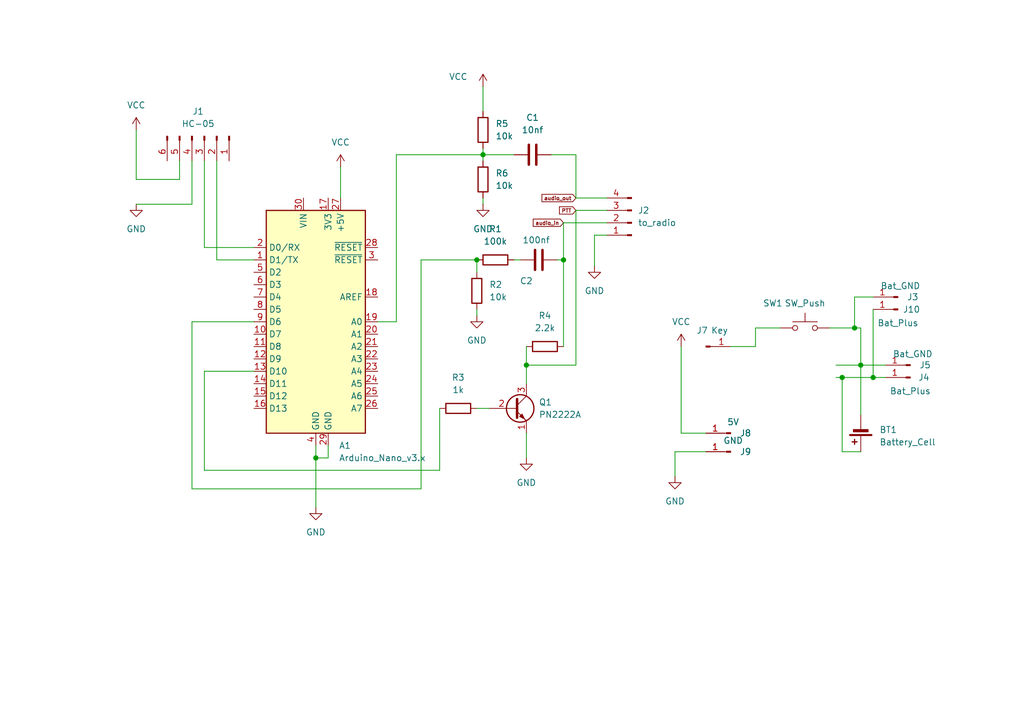
<source format=kicad_sch>
(kicad_sch (version 20231120) (generator "eeschema") (generator_version "8.0")
  (paper "A5")
  (lib_symbols
    (symbol "Connector:Conn_01x01_Pin" (pin_names (offset 1.016) hide)
      (property "Reference" "J" (at 0 2.54 0))
      (property "Value" "Conn_01x01_Pin" (at 0 -2.54 0))
      (symbol "Conn_01x01_Pin_1_1"
        (polyline (pts (xy 1.27 0) (xy 0.8636 0)) (stroke (width 0.1524)))
        (rectangle (start 0.8636 0.127) (end 0 -0.127) (stroke (width 0.1524)) (fill (type outline)))
        (pin passive line (at 5.08 0 180) (length 3.81) (name "Pin_1") (number "1"))
      )
    )
    (symbol "Connector:Conn_01x04_Pin" (pin_names (offset 1.016) hide)
      (property "Reference" "J" (at 0 5.08 0))
      (property "Value" "Conn_01x04_Pin" (at 0 -7.62 0))
      (symbol "Conn_01x04_Pin_1_1"
        (polyline (pts (xy 1.27 -5.08) (xy 0.8636 -5.08)) (stroke (width 0.1524)))
        (polyline (pts (xy 1.27 -2.54) (xy 0.8636 -2.54)) (stroke (width 0.1524)))
        (polyline (pts (xy 1.27 0) (xy 0.8636 0)) (stroke (width 0.1524)))
        (polyline (pts (xy 1.27 2.54) (xy 0.8636 2.54)) (stroke (width 0.1524)))
        (rectangle (start 0.8636 -4.953) (end 0 -5.207) (stroke (width 0.1524)) (fill (type outline)))
        (rectangle (start 0.8636 -2.413) (end 0 -2.667) (stroke (width 0.1524)) (fill (type outline)))
        (rectangle (start 0.8636 0.127) (end 0 -0.127) (stroke (width 0.1524)) (fill (type outline)))
        (rectangle (start 0.8636 2.667) (end 0 2.413) (stroke (width 0.1524)) (fill (type outline)))
        (pin passive line (at 5.08 2.54 180) (length 3.81) (name "Pin_1") (number "1"))
        (pin passive line (at 5.08 0 180) (length 3.81) (name "Pin_2") (number "2"))
        (pin passive line (at 5.08 -2.54 180) (length 3.81) (name "Pin_3") (number "3"))
        (pin passive line (at 5.08 -5.08 180) (length 3.81) (name "Pin_4") (number "4"))
      )
    )
    (symbol "Connector:Conn_01x06_Pin" (pin_names (offset 1.016) hide)
      (property "Reference" "J" (at 0 7.62 0))
      (property "Value" "Conn_01x06_Pin" (at 0 -10.16 0))
      (symbol "Conn_01x06_Pin_1_1"
        (polyline (pts (xy 1.27 -7.62) (xy 0.8636 -7.62)) (stroke (width 0.1524)))
        (polyline (pts (xy 1.27 -5.08) (xy 0.8636 -5.08)) (stroke (width 0.1524)))
        (polyline (pts (xy 1.27 -2.54) (xy 0.8636 -2.54)) (stroke (width 0.1524)))
        (polyline (pts (xy 1.27 0) (xy 0.8636 0)) (stroke (width 0.1524)))
        (polyline (pts (xy 1.27 2.54) (xy 0.8636 2.54)) (stroke (width 0.1524)))
        (polyline (pts (xy 1.27 5.08) (xy 0.8636 5.08)) (stroke (width 0.1524)))
        (rectangle (start 0.8636 -7.493) (end 0 -7.747) (stroke (width 0.1524)) (fill (type outline)))
        (rectangle (start 0.8636 -4.953) (end 0 -5.207) (stroke (width 0.1524)) (fill (type outline)))
        (rectangle (start 0.8636 -2.413) (end 0 -2.667) (stroke (width 0.1524)) (fill (type outline)))
        (rectangle (start 0.8636 0.127) (end 0 -0.127) (stroke (width 0.1524)) (fill (type outline)))
        (rectangle (start 0.8636 2.667) (end 0 2.413) (stroke (width 0.1524)) (fill (type outline)))
        (rectangle (start 0.8636 5.207) (end 0 4.953) (stroke (width 0.1524)) (fill (type outline)))
        (pin passive line (at 5.08 5.08 180) (length 3.81) (name "Pin_1") (number "1"))
        (pin passive line (at 5.08 2.54 180) (length 3.81) (name "Pin_2") (number "2"))
        (pin passive line (at 5.08 0 180) (length 3.81) (name "Pin_3") (number "3"))
        (pin passive line (at 5.08 -2.54 180) (length 3.81) (name "Pin_4") (number "4"))
        (pin passive line (at 5.08 -5.08 180) (length 3.81) (name "Pin_5") (number "5"))
        (pin passive line (at 5.08 -7.62 180) (length 3.81) (name "Pin_6") (number "6"))
      )
    )
    (symbol "Device:Battery_Cell" (pin_numbers hide) (pin_names (offset 0) hide)
      (property "Reference" "BT" (at 2.54 2.54 0))
      (property "Value" "Battery_Cell" (at 2.54 0 0))
      (symbol "Battery_Cell_0_1"
        (rectangle (start -2.286 1.778) (end 2.286 1.524) (fill (type outline)))
        (rectangle (start -1.524 1.016) (end 1.524 0.508) (fill (type outline)))
        (polyline (pts (xy 0 0.762) (xy 0 0)))
        (polyline (pts (xy 0 1.778) (xy 0 2.54)))
        (polyline (pts (xy 0.762 3.048) (xy 1.778 3.048)) (stroke (width 0.254)))
        (polyline (pts (xy 1.27 3.556) (xy 1.27 2.54)) (stroke (width 0.254)))
      )
      (symbol "Battery_Cell_1_1"
        (pin passive line (at 0 5.08 270) (length 2.54) (name "+") (number "1"))
        (pin passive line (at 0 -2.54 90) (length 2.54) (name "-") (number "2"))
      )
    )
    (symbol "Device:C" (pin_numbers hide) (pin_names (offset 0.254))
      (property "Reference" "C" (at 0.635 2.54 0))
      (property "Value" "C" (at 0.635 -2.54 0))
      (symbol "C_0_1"
        (polyline (pts (xy -2.032 -0.762) (xy 2.032 -0.762)) (stroke (width 0.508)))
        (polyline (pts (xy -2.032 0.762) (xy 2.032 0.762)) (stroke (width 0.508)))
      )
      (symbol "C_1_1"
        (pin passive line (at 0 3.81 270) (length 2.794) (name "~") (number "1"))
        (pin passive line (at 0 -3.81 90) (length 2.794) (name "~") (number "2"))
      )
    )
    (symbol "Device:R" (pin_numbers hide) (pin_names (offset 0))
      (property "Reference" "R" (at 2.032 0 90))
      (property "Value" "R" (at 0 0 90))
      (symbol "R_0_1"
        (rectangle (start -1.016 -2.54) (end 1.016 2.54) (stroke (width 0.254)))
      )
      (symbol "R_1_1"
        (pin passive line (at 0 3.81 270) (length 1.27) (name "~") (number "1"))
        (pin passive line (at 0 -3.81 90) (length 1.27) (name "~") (number "2"))
      )
    )
    (symbol "MCU_Module:Arduino_Nano_v3.x"
      (property "Reference" "A" (at -10.16 23.495 0))
      (property "Value" "Arduino_Nano_v3.x" (at 5.08 -24.13 0))
      (symbol "Arduino_Nano_v3.x_0_1"
        (rectangle (start -10.16 22.86) (end 10.16 -22.86) (stroke (width 0.254)) (fill (type background)))
      )
      (symbol "Arduino_Nano_v3.x_1_1"
        (pin bidirectional line (at -12.7 12.7 0) (length 2.54) (name "D1/TX") (number "1"))
        (pin bidirectional line (at -12.7 -2.54 0) (length 2.54) (name "D7") (number "10"))
        (pin bidirectional line (at -12.7 -5.08 0) (length 2.54) (name "D8") (number "11"))
        (pin bidirectional line (at -12.7 -7.62 0) (length 2.54) (name "D9") (number "12"))
        (pin bidirectional line (at -12.7 -10.16 0) (length 2.54) (name "D10") (number "13"))
        (pin bidirectional line (at -12.7 -12.7 0) (length 2.54) (name "D11") (number "14"))
        (pin bidirectional line (at -12.7 -15.24 0) (length 2.54) (name "D12") (number "15"))
        (pin bidirectional line (at -12.7 -17.78 0) (length 2.54) (name "D13") (number "16"))
        (pin power_out line (at 2.54 25.4 270) (length 2.54) (name "3V3") (number "17"))
        (pin input line (at 12.7 5.08 180) (length 2.54) (name "AREF") (number "18"))
        (pin bidirectional line (at 12.7 0 180) (length 2.54) (name "A0") (number "19"))
        (pin bidirectional line (at -12.7 15.24 0) (length 2.54) (name "D0/RX") (number "2"))
        (pin bidirectional line (at 12.7 -2.54 180) (length 2.54) (name "A1") (number "20"))
        (pin bidirectional line (at 12.7 -5.08 180) (length 2.54) (name "A2") (number "21"))
        (pin bidirectional line (at 12.7 -7.62 180) (length 2.54) (name "A3") (number "22"))
        (pin bidirectional line (at 12.7 -10.16 180) (length 2.54) (name "A4") (number "23"))
        (pin bidirectional line (at 12.7 -12.7 180) (length 2.54) (name "A5") (number "24"))
        (pin bidirectional line (at 12.7 -15.24 180) (length 2.54) (name "A6") (number "25"))
        (pin bidirectional line (at 12.7 -17.78 180) (length 2.54) (name "A7") (number "26"))
        (pin power_out line (at 5.08 25.4 270) (length 2.54) (name "+5V") (number "27"))
        (pin input line (at 12.7 15.24 180) (length 2.54) (name "~{RESET}") (number "28"))
        (pin power_in line (at 2.54 -25.4 90) (length 2.54) (name "GND") (number "29"))
        (pin input line (at 12.7 12.7 180) (length 2.54) (name "~{RESET}") (number "3"))
        (pin power_in line (at -2.54 25.4 270) (length 2.54) (name "VIN") (number "30"))
        (pin power_in line (at 0 -25.4 90) (length 2.54) (name "GND") (number "4"))
        (pin bidirectional line (at -12.7 10.16 0) (length 2.54) (name "D2") (number "5"))
        (pin bidirectional line (at -12.7 7.62 0) (length 2.54) (name "D3") (number "6"))
        (pin bidirectional line (at -12.7 5.08 0) (length 2.54) (name "D4") (number "7"))
        (pin bidirectional line (at -12.7 2.54 0) (length 2.54) (name "D5") (number "8"))
        (pin bidirectional line (at -12.7 0 0) (length 2.54) (name "D6") (number "9"))
      )
    )
    (symbol "Switch:SW_Push" (pin_numbers hide) (pin_names (offset 1.016) hide)
      (property "Reference" "SW" (at 1.27 2.54 0))
      (property "Value" "SW_Push" (at 0 -1.524 0))
      (symbol "SW_Push_0_1"
        (circle (center -2.032 0) (radius 0.508))
        (polyline (pts (xy 0 1.27) (xy 0 3.048)))
        (polyline (pts (xy 2.54 1.27) (xy -2.54 1.27)))
        (circle (center 2.032 0) (radius 0.508))
        (pin passive line (at -5.08 0 0) (length 2.54) (name "1") (number "1"))
        (pin passive line (at 5.08 0 180) (length 2.54) (name "2") (number "2"))
      )
    )
    (symbol "Transistor_BJT:PN2222A" (pin_names (offset 0) hide)
      (property "Reference" "Q" (at 5.08 1.905 0))
      (property "Value" "PN2222A" (at 5.08 0 0))
      (symbol "PN2222A_0_1"
        (polyline (pts (xy 0 0) (xy 0.635 0)))
        (polyline (pts (xy 2.54 -2.54) (xy 0.635 -0.635)))
        (polyline (pts (xy 2.54 2.54) (xy 0.635 0.635)))
        (polyline (pts (xy 0.635 1.905) (xy 0.635 -1.905) (xy 0.635 -1.905)) (stroke (width 0.508)))
        (polyline (pts (xy 2.413 -2.413) (xy 1.905 -1.905) (xy 1.905 -1.905)))
        (polyline (pts (xy 1.143 -1.651) (xy 1.651 -1.143) (xy 2.159 -2.159) (xy 1.143 -1.651) (xy 1.143 -1.651)) (fill (type outline)))
        (circle (center 1.27 0) (radius 2.8194) (stroke (width 0.254)))
      )
      (symbol "PN2222A_1_1"
        (pin passive line (at 2.54 -5.08 90) (length 2.54) (name "E") (number "1"))
        (pin input line (at -5.08 0 0) (length 5.08) (name "B") (number "2"))
        (pin passive line (at 2.54 5.08 270) (length 2.54) (name "C") (number "3"))
      )
    )
    (symbol "power:GND" (power) (pin_numbers hide) (pin_names (offset 0) hide)
      (property "Value" "GND" (at 0 -3.81 0))
      (symbol "GND_0_1"
        (polyline (pts (xy 0 0) (xy 0 -1.27) (xy 1.27 -1.27) (xy 0 -2.54) (xy -1.27 -1.27) (xy 0 -1.27)))
      )
      (symbol "GND_1_1"
        (pin power_in line (at 0 0 270) (length 0) (name "~") (number "1"))
      )
    )
    (symbol "power:VCC" (power) (pin_numbers hide) (pin_names (offset 0) hide)
      (property "Value" "VCC" (at 0 3.556 0))
      (symbol "VCC_0_1"
        (polyline (pts (xy -0.762 1.27) (xy 0 2.54)))
        (polyline (pts (xy 0 0) (xy 0 2.54)))
        (polyline (pts (xy 0 2.54) (xy 0.762 1.27)))
      )
      (symbol "VCC_1_1"
        (pin power_in line (at 0 0 90) (length 0) (name "~") (number "1"))
      )
    )
  )
  (junction (at 99.06 31.75))
  (junction (at 64.77 93.98))
  (junction (at 176.53 74.93))
  (junction (at 97.79 53.34))
  (junction (at 107.95 74.93))
  (junction (at 175.26 67.31))
  (junction (at 115.57 53.34))
  (junction (at 179.07 77.47))
  (junction (at 172.72 77.47))
  (wire (pts (xy 86.36 53.34) (xy 97.79 53.34)))
  (wire (pts (xy 39.37 100.33) (xy 86.36 100.33)))
  (wire (pts (xy 97.79 53.34) (xy 97.79 55.88)))
  (wire (pts (xy 90.17 96.52) (xy 41.91 96.52)))
  (wire (pts (xy 124.46 48.26) (xy 121.92 48.26)))
  (wire (pts (xy 118.11 74.93) (xy 118.11 43.18)))
  (wire (pts (xy 107.95 78.74) (xy 107.95 74.93)))
  (wire (pts (xy 97.79 83.82) (xy 100.33 83.82)))
  (wire (pts (xy 27.94 36.83) (xy 36.83 36.83)))
  (wire (pts (xy 81.28 66.04) (xy 81.28 31.75)))
  (wire (pts (xy 69.85 34.29) (xy 69.85 40.64)))
  (wire (pts (xy 81.28 31.75) (xy 99.06 31.75)))
  (wire (pts (xy 36.83 33.02) (xy 36.83 36.83)))
  (wire (pts (xy 171.45 74.93) (xy 176.53 74.93)))
  (wire (pts (xy 90.17 83.82) (xy 90.17 96.52)))
  (wire (pts (xy 121.92 48.26) (xy 121.92 54.61)))
  (wire (pts (xy 64.77 93.98) (xy 64.77 104.14)))
  (wire (pts (xy 175.26 60.96) (xy 175.26 67.31)))
  (wire (pts (xy 172.72 77.47) (xy 172.72 92.71)))
  (wire (pts (xy 64.77 91.44) (xy 64.77 93.98)))
  (wire (pts (xy 64.77 93.98) (xy 67.31 93.98)))
  (wire (pts (xy 179.07 60.96) (xy 175.26 60.96)))
  (wire (pts (xy 144.78 92.71) (xy 138.43 92.71)))
  (wire (pts (xy 99.06 40.64) (xy 99.06 41.91)))
  (wire (pts (xy 154.94 71.12) (xy 154.94 67.31)))
  (wire (pts (xy 113.03 31.75) (xy 118.11 31.75)))
  (wire (pts (xy 105.41 53.34) (xy 106.68 53.34)))
  (wire (pts (xy 170.18 67.31) (xy 175.26 67.31)))
  (wire (pts (xy 176.53 67.31) (xy 176.53 74.93)))
  (wire (pts (xy 52.07 53.34) (xy 44.45 53.34)))
  (wire (pts (xy 176.53 92.71) (xy 172.72 92.71)))
  (wire (pts (xy 107.95 71.12) (xy 107.95 74.93)))
  (wire (pts (xy 27.94 26.67) (xy 27.94 36.83)))
  (wire (pts (xy 114.3 53.34) (xy 115.57 53.34)))
  (wire (pts (xy 115.57 71.12) (xy 115.57 53.34)))
  (wire (pts (xy 124.46 40.64) (xy 118.11 40.64)))
  (wire (pts (xy 179.07 63.5) (xy 179.07 77.47)))
  (wire (pts (xy 179.07 77.47) (xy 181.61 77.47)))
  (wire (pts (xy 41.91 76.2) (xy 41.91 96.52)))
  (wire (pts (xy 107.95 88.9) (xy 107.95 93.98)))
  (wire (pts (xy 97.79 63.5) (xy 97.79 64.77)))
  (wire (pts (xy 99.06 31.75) (xy 105.41 31.75)))
  (wire (pts (xy 52.07 76.2) (xy 41.91 76.2)))
  (wire (pts (xy 115.57 45.72) (xy 124.46 45.72)))
  (wire (pts (xy 176.53 74.93) (xy 176.53 85.09)))
  (wire (pts (xy 176.53 67.31) (xy 175.26 67.31)))
  (wire (pts (xy 99.06 31.75) (xy 99.06 33.02)))
  (wire (pts (xy 39.37 33.02) (xy 39.37 41.91)))
  (wire (pts (xy 144.78 88.9) (xy 139.7 88.9)))
  (wire (pts (xy 41.91 33.02) (xy 41.91 50.8)))
  (wire (pts (xy 77.47 66.04) (xy 81.28 66.04)))
  (wire (pts (xy 39.37 41.91) (xy 27.94 41.91)))
  (wire (pts (xy 172.72 77.47) (xy 179.07 77.47)))
  (wire (pts (xy 176.53 74.93) (xy 181.61 74.93)))
  (wire (pts (xy 138.43 92.71) (xy 138.43 97.79)))
  (wire (pts (xy 44.45 53.34) (xy 44.45 33.02)))
  (wire (pts (xy 41.91 50.8) (xy 52.07 50.8)))
  (wire (pts (xy 86.36 100.33) (xy 86.36 53.34)))
  (wire (pts (xy 139.7 71.12) (xy 139.7 88.9)))
  (wire (pts (xy 99.06 30.48) (xy 99.06 31.75)))
  (wire (pts (xy 39.37 66.04) (xy 39.37 100.33)))
  (wire (pts (xy 107.95 74.93) (xy 118.11 74.93)))
  (wire (pts (xy 115.57 53.34) (xy 115.57 45.72)))
  (wire (pts (xy 118.11 40.64) (xy 118.11 31.75)))
  (wire (pts (xy 149.86 71.12) (xy 154.94 71.12)))
  (wire (pts (xy 118.11 43.18) (xy 124.46 43.18)))
  (wire (pts (xy 99.06 17.78) (xy 99.06 22.86)))
  (wire (pts (xy 67.31 91.44) (xy 67.31 93.98)))
  (wire (pts (xy 52.07 66.04) (xy 39.37 66.04)))
  (wire (pts (xy 154.94 67.31) (xy 160.02 67.31)))
  (wire (pts (xy 171.45 77.47) (xy 172.72 77.47)))
  (global_label "audio_in" (shape input) (at 115.57 45.72 180) (effects (font (size 0.762 0.762))) (property "Intersheetrefs" "${INTERSHEET_REFS}" (effects (hide yes))))
  (global_label "audio_out" (shape input) (at 118.11 40.64 180) (effects (font (size 0.762 0.762))) (property "Intersheetrefs" "${INTERSHEET_REFS}" (effects (hide yes))))
  (global_label "PTT" (shape input) (at 118.11 43.18 180) (effects (font (size 0.762 0.762))) (property "Intersheetrefs" "${INTERSHEET_REFS}" (effects (hide yes))))
  (symbol (lib_id "power:GND") (at 107.95 93.98 0) (unit 1)
    (property "Reference" "#PWR01" (effects (hide yes)))
    (property "Value" "GND" (at 107.95 99.06 0))
    (property "Description" "Power symbol creates a global label with name \"GND\" , ground" (effects (hide yes)))
  )
  (symbol (lib_id "Connector:Conn_01x01_Pin") (at 186.69 74.93 180) (unit 1)
    (property "Reference" "J5" (at 189.738 74.93 0))
    (property "Value" "Bat_GND" (at 187.198 72.644 0))
    (property "Footprint" "Connector_PinHeader_2.54mm:PinHeader_1x01_P2.54mm_Vertical" (effects (hide yes)))
    (property "Description" "Generic connector, single row, 01x01, script generated" (effects (hide yes)))
  )
  (symbol (lib_id "Device:R") (at 97.79 59.69 0) (unit 1)
    (property "Reference" "R2" (at 100.33 58.4199 0) (effects (justify left)))
    (property "Value" "10k" (at 100.33 60.9599 0) (effects (justify left)))
    (property "Footprint" "Resistor_THT:R_Axial_DIN0309_L9.0mm_D3.2mm_P12.70mm_Horizontal" (effects (hide yes)))
    (property "Description" "Resistor" (effects (hide yes)))
  )
  (symbol (lib_id "Device:C") (at 110.49 53.34 270) (unit 1)
    (property "Reference" "C2" (at 107.95 57.658 90))
    (property "Value" "100nf" (at 109.982 49.276 90))
    (property "Footprint" "Capacitor_THT:C_Disc_D5.0mm_W2.5mm_P5.00mm" (effects (hide yes)))
    (property "Description" "Unpolarized capacitor" (effects (hide yes)))
  )
  (symbol (lib_id "power:GND") (at 138.43 97.79 0) (unit 1)
    (property "Reference" "#PWR08" (effects (hide yes)))
    (property "Value" "GND" (at 138.43 102.87 0))
    (property "Description" "Power symbol creates a global label with name \"GND\" , ground" (effects (hide yes)))
  )
  (symbol (lib_id "Connector:Conn_01x01_Pin") (at 144.78 71.12 0) (unit 1)
    (property "Reference" "J7" (at 144.018 67.818 0))
    (property "Value" "Key" (at 147.574 67.818 0))
    (property "Footprint" "Connector_PinHeader_2.54mm:PinHeader_1x01_P2.54mm_Vertical" (effects (hide yes)))
    (property "Description" "Generic connector, single row, 01x01, script generated" (effects (hide yes)))
  )
  (symbol (lib_id "Transistor_BJT:PN2222A") (at 105.41 83.82 0) (unit 1)
    (property "Reference" "Q1" (at 110.49 82.5499 0) (effects (justify left)))
    (property "Value" "PN2222A" (at 110.49 85.0899 0) (effects (justify left)))
    (property "Footprint" "Package_TO_SOT_THT:TO-92_Inline" (effects (hide yes)))
    (property "Datasheet" "https://www.onsemi.com/pub/Collateral/PN2222-D.PDF" (effects (hide yes)))
    (property "Description" "1A Ic, 40V Vce, NPN Transistor, General Purpose Transistor, TO-92" (effects (hide yes)))
  )
  (symbol (lib_id "power:VCC") (at 139.7 71.12 0) (unit 1)
    (property "Reference" "#PWR07" (effects (hide yes)))
    (property "Value" "VCC" (at 139.7 66.04 0))
    (property "Description" "Power symbol creates a global label with name \"VCC\"" (effects (hide yes)))
  )
  (symbol (lib_id "power:GND") (at 99.06 41.91 0) (unit 1)
    (property "Reference" "#PWR04" (effects (hide yes)))
    (property "Value" "GND" (at 99.06 46.99 0))
    (property "Description" "Power symbol creates a global label with name \"GND\" , ground" (effects (hide yes)))
  )
  (symbol (lib_id "Device:R") (at 93.98 83.82 90) (unit 1)
    (property "Reference" "R3" (at 93.98 77.47 90))
    (property "Value" "1k" (at 93.98 80.01 90))
    (property "Footprint" "Resistor_THT:R_Axial_DIN0309_L9.0mm_D3.2mm_P12.70mm_Horizontal" (effects (hide yes)))
    (property "Description" "Resistor" (effects (hide yes)))
  )
  (symbol (lib_id "power:VCC") (at 99.06 17.78 0) (unit 1)
    (property "Reference" "#PWR05" (effects (hide yes)))
    (property "Value" "VCC" (at 93.98 15.748 0))
    (property "Description" "Power symbol creates a global label with name \"VCC\"" (effects (hide yes)))
  )
  (symbol (lib_id "power:GND") (at 27.94 41.91 0) (unit 1)
    (property "Reference" "#PWR010" (effects (hide yes)))
    (property "Value" "GND" (at 27.94 46.99 0))
    (property "Description" "Power symbol creates a global label with name \"GND\" , ground" (effects (hide yes)))
  )
  (symbol (lib_id "power:GND") (at 64.77 104.14 0) (unit 1)
    (property "Reference" "#PWR011" (effects (hide yes)))
    (property "Value" "GND" (at 64.77 109.22 0))
    (property "Description" "Power symbol creates a global label with name \"GND\" , ground" (effects (hide yes)))
  )
  (symbol (lib_id "Connector:Conn_01x01_Pin") (at 149.86 88.9 180) (unit 1)
    (property "Reference" "J8" (at 152.908 88.9 0))
    (property "Value" "5V" (at 150.368 86.614 0))
    (property "Footprint" "Connector_PinHeader_2.54mm:PinHeader_1x01_P2.54mm_Vertical" (effects (hide yes)))
    (property "Description" "Generic connector, single row, 01x01, script generated" (effects (hide yes)))
  )
  (symbol (lib_id "Connector:Conn_01x01_Pin") (at 186.69 77.47 180) (unit 1)
    (property "Reference" "J4" (at 189.484 77.47 0))
    (property "Value" "Bat_Plus" (at 186.69 80.264 0))
    (property "Footprint" "Connector_PinHeader_2.54mm:PinHeader_1x01_P2.54mm_Vertical" (effects (hide yes)))
    (property "Description" "Generic connector, single row, 01x01, script generated" (effects (hide yes)))
  )
  (symbol (lib_id "Device:R") (at 111.76 71.12 90) (unit 1)
    (property "Reference" "R4" (at 111.76 64.77 90))
    (property "Value" "2.2k" (at 111.76 67.31 90))
    (property "Footprint" "Resistor_THT:R_Axial_DIN0309_L9.0mm_D3.2mm_P12.70mm_Horizontal" (effects (hide yes)))
    (property "Description" "Resistor" (effects (hide yes)))
  )
  (symbol (lib_id "MCU_Module:Arduino_Nano_v3.x") (at 64.77 66.04 0) (unit 1)
    (property "Reference" "A1" (at 69.5041 91.44 0) (effects (justify left)))
    (property "Value" "Arduino_Nano_v3.x" (at 69.5041 93.98 0) (effects (justify left)))
    (property "Footprint" "Module:Arduino_Nano" (effects (hide yes)))
    (property "Datasheet" "http://www.mouser.com/pdfdocs/Gravitech_Arduino_Nano3_0.pdf" (effects (hide yes)))
    (property "Description" "Arduino Nano v3.x" (effects (hide yes)))
  )
  (symbol (lib_id "Device:R") (at 101.6 53.34 90) (unit 1)
    (property "Reference" "R1" (at 101.6 46.99 90))
    (property "Value" "100k" (at 101.6 49.53 90))
    (property "Footprint" "Resistor_THT:R_Axial_DIN0309_L9.0mm_D3.2mm_P12.70mm_Horizontal" (effects (hide yes)))
    (property "Description" "Resistor" (effects (hide yes)))
  )
  (symbol (lib_id "Device:C") (at 109.22 31.75 270) (unit 1)
    (property "Reference" "C1" (at 109.22 24.13 90))
    (property "Value" "10nf" (at 109.22 26.67 90))
    (property "Footprint" "Capacitor_THT:C_Disc_D5.0mm_W2.5mm_P5.00mm" (effects (hide yes)))
    (property "Description" "Unpolarized capacitor" (effects (hide yes)))
  )
  (symbol (lib_id "power:VCC") (at 69.85 34.29 0) (unit 1)
    (property "Reference" "#PWR06" (effects (hide yes)))
    (property "Value" "VCC" (at 69.85 29.21 0))
    (property "Description" "Power symbol creates a global label with name \"VCC\"" (effects (hide yes)))
  )
  (symbol (lib_id "Connector:Conn_01x01_Pin") (at 184.15 60.96 180) (unit 1)
    (property "Reference" "J3" (at 187.198 60.96 0))
    (property "Value" "Bat_GND" (at 184.658 58.674 0))
    (property "Footprint" "Connector_PinHeader_2.54mm:PinHeader_1x01_P2.54mm_Vertical" (effects (hide yes)))
    (property "Description" "Generic connector, single row, 01x01, script generated" (effects (hide yes)))
  )
  (symbol (lib_id "Device:R") (at 99.06 36.83 0) (unit 1)
    (property "Reference" "R6" (at 101.6 35.5599 0) (effects (justify left)))
    (property "Value" "10k" (at 101.6 38.0999 0) (effects (justify left)))
    (property "Footprint" "Resistor_THT:R_Axial_DIN0309_L9.0mm_D3.2mm_P12.70mm_Horizontal" (effects (hide yes)))
    (property "Description" "Resistor" (effects (hide yes)))
  )
  (symbol (lib_id "power:VCC") (at 27.94 26.67 0) (unit 1)
    (property "Reference" "#PWR09" (effects (hide yes)))
    (property "Value" "VCC" (at 27.94 21.59 0))
    (property "Description" "Power symbol creates a global label with name \"VCC\"" (effects (hide yes)))
  )
  (symbol (lib_id "Device:R") (at 99.06 26.67 0) (unit 1)
    (property "Reference" "R5" (at 101.6 25.3999 0) (effects (justify left)))
    (property "Value" "10k" (at 101.6 27.9399 0) (effects (justify left)))
    (property "Footprint" "Resistor_THT:R_Axial_DIN0309_L9.0mm_D3.2mm_P12.70mm_Horizontal" (effects (hide yes)))
    (property "Description" "Resistor" (effects (hide yes)))
  )
  (symbol (lib_id "power:GND") (at 97.79 64.77 0) (unit 1)
    (property "Reference" "#PWR03" (effects (hide yes)))
    (property "Value" "GND" (at 97.79 69.85 0))
    (property "Description" "Power symbol creates a global label with name \"GND\" , ground" (effects (hide yes)))
  )
  (symbol (lib_id "Connector:Conn_01x01_Pin") (at 184.15 63.5 180) (unit 1)
    (property "Reference" "J10" (at 186.944 63.5 0))
    (property "Value" "Bat_Plus" (at 184.15 66.294 0))
    (property "Footprint" "Connector_PinHeader_2.54mm:PinHeader_1x01_P2.54mm_Vertical" (effects (hide yes)))
    (property "Description" "Generic connector, single row, 01x01, script generated" (effects (hide yes)))
  )
  (symbol (lib_id "Connector:Conn_01x04_Pin") (at 129.54 45.72 180) (unit 1)
    (property "Reference" "J2" (at 130.81 43.1799 0) (effects (justify right)))
    (property "Value" "to_radio" (at 130.81 45.7199 0) (effects (justify right)))
    (property "Footprint" "Connector_PinHeader_2.54mm:PinHeader_1x04_P2.54mm_Vertical" (effects (hide yes)))
    (property "Description" "Generic connector, single row, 01x04, script generated" (effects (hide yes)))
  )
  (symbol (lib_id "Device:Battery_Cell") (at 176.53 87.63 180) (unit 1)
    (property "Reference" "BT1" (at 180.34 88.2014 0) (effects (justify right)))
    (property "Value" "Battery_Cell" (at 180.34 90.7414 0) (effects (justify right)))
    (property "Footprint" "Battery:BatteryHolder_Keystone_1042_1x18650" (effects (hide yes)))
    (property "Description" "Single-cell battery" (effects (hide yes)))
  )
  (symbol (lib_id "power:GND") (at 121.92 54.61 0) (unit 1)
    (property "Reference" "#PWR02" (effects (hide yes)))
    (property "Value" "GND" (at 121.92 59.69 0))
    (property "Description" "Power symbol creates a global label with name \"GND\" , ground" (effects (hide yes)))
  )
  (symbol (lib_id "Switch:SW_Push") (at 165.1 67.31 0) (unit 1)
    (property "Reference" "SW1" (at 158.496 62.23 0))
    (property "Value" "SW_Push" (at 165.1 62.23 0))
    (property "Footprint" "Button_Switch_THT:SW_PUSH_6mm" (effects (hide yes)))
    (property "Description" "Push button switch, generic, two pins" (effects (hide yes)))
  )
  (symbol (lib_id "Connector:Conn_01x01_Pin") (at 149.86 92.71 180) (unit 1)
    (property "Reference" "J9" (at 152.908 92.71 0))
    (property "Value" "GND" (at 150.368 90.424 0))
    (property "Footprint" "Connector_PinHeader_2.54mm:PinHeader_1x01_P2.54mm_Vertical" (effects (hide yes)))
    (property "Description" "Generic connector, single row, 01x01, script generated" (effects (hide yes)))
  )
  (symbol (lib_id "Connector:Conn_01x06_Pin") (at 41.91 27.94 270) (unit 1)
    (property "Reference" "J1" (at 40.64 22.86 90))
    (property "Value" "HC-05" (at 40.64 25.4 90))
    (property "Footprint" "Connector_PinHeader_2.54mm:PinHeader_1x06_P2.54mm_Vertical" (effects (hide yes)))
    (property "Description" "Generic connector, single row, 01x06, script generated" (effects (hide yes)))
  )
)
</source>
